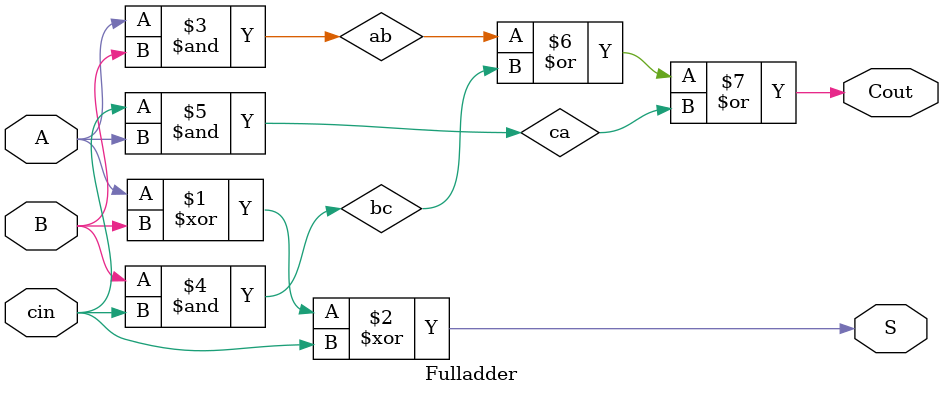
<source format=v>
`timescale 1ns / 1ps


module Fulladder(A,B,cin,S,Cout);
    input A;
    input B;
    input cin;
    output S;
    output Cout;
    wire ab,bc,ca;
    xor(S,A,B,cin);
    and(ab,A,B);
    and(bc,B,cin);
    and(ca,cin,A);
    or(Cout,ab,bc,ca);
endmodule

</source>
